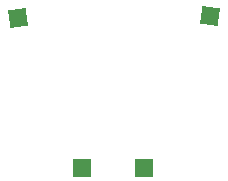
<source format=gbr>
%TF.GenerationSoftware,KiCad,Pcbnew,8.0.2*%
%TF.CreationDate,2024-10-24T00:19:12+02:00*%
%TF.ProjectId,sidePanel,73696465-5061-46e6-956c-2e6b69636164,rev?*%
%TF.SameCoordinates,Original*%
%TF.FileFunction,Copper,L1,Top*%
%TF.FilePolarity,Positive*%
%FSLAX46Y46*%
G04 Gerber Fmt 4.6, Leading zero omitted, Abs format (unit mm)*
G04 Created by KiCad (PCBNEW 8.0.2) date 2024-10-24 00:19:12*
%MOMM*%
%LPD*%
G01*
G04 APERTURE LIST*
G04 Aperture macros list*
%AMRotRect*
0 Rectangle, with rotation*
0 The origin of the aperture is its center*
0 $1 length*
0 $2 width*
0 $3 Rotation angle, in degrees counterclockwise*
0 Add horizontal line*
21,1,$1,$2,0,0,$3*%
G04 Aperture macros list end*
%TA.AperFunction,SMDPad,CuDef*%
%ADD10R,1.500000X1.500000*%
%TD*%
%TA.AperFunction,SMDPad,CuDef*%
%ADD11RotRect,1.500000X1.500000X278.000000*%
%TD*%
%TA.AperFunction,SMDPad,CuDef*%
%ADD12RotRect,1.500000X1.500000X352.000000*%
%TD*%
G04 APERTURE END LIST*
D10*
%TO.P,REF\u002A\u002A,1*%
%TO.N,N/C*%
X143598000Y-106457000D03*
%TD*%
D11*
%TO.P,REF\u002A\u002A,1*%
%TO.N,N/C*%
X132930000Y-93757000D03*
%TD*%
D10*
%TO.P,REF\u002A\u002A,1*%
%TO.N,N/C*%
X138391000Y-106457000D03*
%TD*%
D12*
%TO.P,REF\u002A\u002A,1*%
%TO.N,N/C*%
X149186000Y-93630000D03*
%TD*%
M02*

</source>
